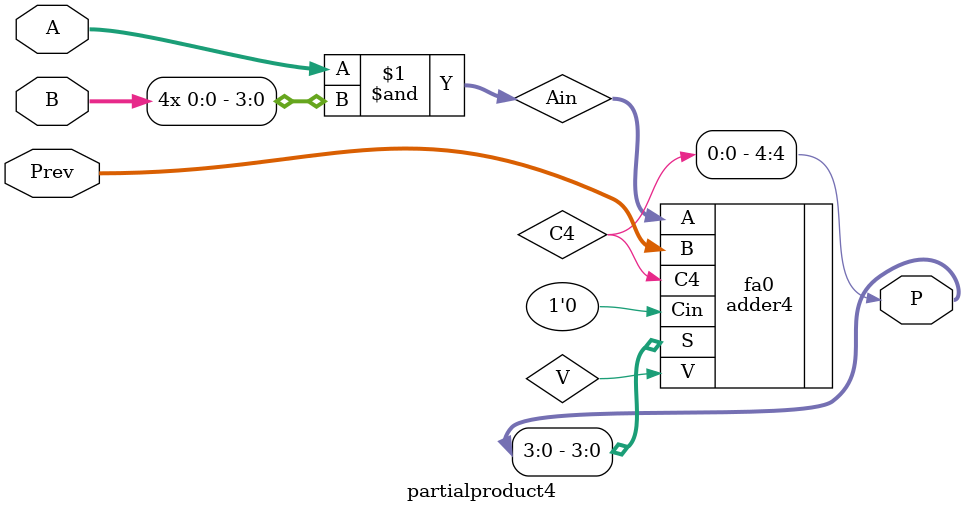
<source format=sv>
module partialproduct4
(
    input logic [3:0] A,      // Multiplicand
    input logic [3:0] Prev,  // Previous partial product or accumulated value
    input logic B,            // Current bit of the multiplier
    output logic [4:0] P      // Output partial product with carry-out
);

    
    logic [3:0] Ain;
    assign Ain = A & {4{B}};
    
    // Carry-out and overflow signals
    logic C4, V;
    
    //  4-bit adder (adder4) to add Ain and PPrev
    adder4 fa0 (
        .A(Ain), 
        .B(Prev), 
        .Cin(1'b0), 
        .S(P[3:0]), 
        .C4(C4), 
        .V(V)
    );
    
    // Assign the carry-out to the fifth bit of P
    assign P[4] = C4;

endmodule

</source>
